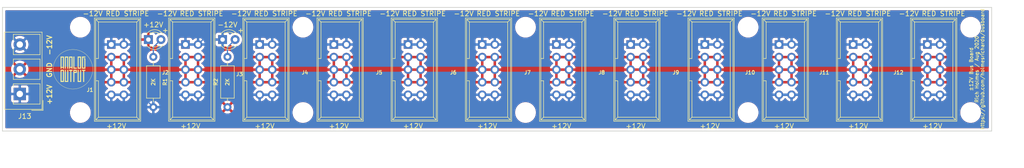
<source format=kicad_pcb>
(kicad_pcb (version 20171130) (host pcbnew 5.1.10-88a1d61d58~88~ubuntu20.04.1)
  (title_block (title "12x(2x5) Eurorack/Kosmo ±12V bus board") (date 2020-08-02) (company "Rich Holmes / Analog Output") (comment 1 "based on https://github.com/tomarus/busboard"))
  (layers (0 F.Cu signal) (31 B.Cu signal) (34 B.Paste user hide) (35 F.Paste user hide) (36 B.SilkS user) (37 F.SilkS user) (38 B.Mask user) (39 F.Mask user) (44 Edge.Cuts user))
  (net 0 "")
  (net 1 -12V)
  (net 2 GND)
  (net 3 +12V)
  (net 4 "Net-(+12v1-Pad2)")
  (net 5 "Net-(-12v1-Pad2)")
  (module ao_tht:R_Axial_DIN0207_L6.3mm_D2.5mm_P10.16mm_Horizontal (layer F.Cu) (at 87.49 70.16 90)
    (fp_text reference R2 (at 5.08 -2.37 90) (layer F.SilkS) (effects (font (size 0.75 0.75))))
    (fp_text value 2K)
    (fp_text user %V (at 5.08 0 90) (layer F.SilkS) (effects (font (size 0.75 0.75))))
    (pad 1 thru_hole circle (at 0 0 90) (size 1.6 1.6) (drill 0.8) (layers *.Cu *.Mask) (net 2 GND))
    (pad 2 thru_hole oval (at 10.16 0 90) (size 1.6 1.6) (drill 0.8) (layers *.Cu *.Mask) (net 5 "Net-(-12v1-Pad2)"))
  )
  (module ao_tht:R_Axial_DIN0207_L6.3mm_D2.5mm_P10.16mm_Horizontal (layer F.Cu) (at 72.5 60 270)
    (fp_text reference R1 (at 5.08 -2.37 90) (layer F.SilkS) (effects (font (size 0.75 0.75))))
    (fp_text value 2K)
    (fp_text user %V (at 5.08 0 90) (layer F.SilkS) (effects (font (size 0.75 0.75))))
    (pad 1 thru_hole circle (at 0 0 270) (size 1.6 1.6) (drill 0.8) (layers *.Cu *.Mask) (net 4 "Net-(+12v1-Pad2)"))
    (pad 2 thru_hole oval (at 10.16 0 270) (size 1.6 1.6) (drill 0.8) (layers *.Cu *.Mask) (net 3 +12V))
  )
  (module ao_tht:MountingHole_3.2mm_M3 (layer F.Cu) (at 192.75 71.25)
    (fp_text reference REF** hide)
    (fp_text value MountingHole_3.2mm_M3)
    (pad 1 np_thru_hole circle (at 0 0) (size 3.2 3.2) (drill 3.2) (layers *.Cu *.Mask))
  )
  (module ao_tht:MountingHole_3.2mm_M3 (layer F.Cu) (at 102.75 71.25)
    (fp_text reference REF** hide)
    (fp_text value MountingHole_3.2mm_M3)
    (pad 1 np_thru_hole circle (at 0 0) (size 3.2 3.2) (drill 3.2) (layers *.Cu *.Mask))
  )
  (module ao_tht:MountingHole_3.2mm_M3 (layer F.Cu) (at 147.75 71.25)
    (fp_text reference REF** hide)
    (fp_text value MountingHole_3.2mm_M3)
    (pad 1 np_thru_hole circle (at 0 0) (size 3.2 3.2) (drill 3.2) (layers *.Cu *.Mask))
  )
  (module ao_tht:MountingHole_3.2mm_M3 (layer F.Cu) (at 57.75 71.25)
    (fp_text reference REF** hide)
    (fp_text value MountingHole_3.2mm_M3)
    (pad 1 np_thru_hole circle (at 0 0) (size 3.2 3.2) (drill 3.2) (layers *.Cu *.Mask))
  )
  (module ao_tht:MountingHole_3.2mm_M3 (layer F.Cu) (at 237.75 71.25)
    (fp_text reference REF** hide)
    (fp_text value MountingHole_3.2mm_M3)
    (pad 1 np_thru_hole circle (at 0 0) (size 3.2 3.2) (drill 3.2) (layers *.Cu *.Mask))
  )
  (module ao_tht:MountingHole_3.2mm_M3 (layer F.Cu) (at 57.75 54)
    (fp_text reference REF** hide)
    (fp_text value MountingHole_3.2mm_M3)
    (pad 1 np_thru_hole circle (at 0 0) (size 3.2 3.2) (drill 3.2) (layers *.Cu *.Mask))
  )
  (module ao_tht:MountingHole_3.2mm_M3 (layer F.Cu) (at 237.75 54)
    (fp_text reference REF** hide)
    (fp_text value MountingHole_3.2mm_M3)
    (pad 1 np_thru_hole circle (at 0 0) (size 3.2 3.2) (drill 3.2) (layers *.Cu *.Mask))
  )
  (module ao_tht:MountingHole_3.2mm_M3 (layer F.Cu) (at 192.75 54)
    (fp_text reference REF** hide)
    (fp_text value MountingHole_3.2mm_M3)
    (pad 1 np_thru_hole circle (at 0 0) (size 3.2 3.2) (drill 3.2) (layers *.Cu *.Mask))
  )
  (module ao_tht:MountingHole_3.2mm_M3 (layer F.Cu) (at 147.75 54)
    (fp_text reference REF** hide)
    (fp_text value MountingHole_3.2mm_M3)
    (pad 1 np_thru_hole circle (at 0 0) (size 3.2 3.2) (drill 3.2) (layers *.Cu *.Mask))
  )
  (module ao_tht:MountingHole_3.2mm_M3 (layer F.Cu) (at 102.75 54)
    (fp_text reference REF** hide)
    (fp_text value MountingHole_3.2mm_M3)
    (pad 1 np_thru_hole circle (at 0 0) (size 3.2 3.2) (drill 3.2) (layers *.Cu *.Mask))
  )
  (module busboard10:analogoutput_8mm (layer F.Cu) (at 56.25 62.5)
    (fp_text reference G*** hide)
    (fp_text value LOGO hide)
  )
  (module ao_tht:TerminalBlock_Degson_DG301_1x03_P5.00mm_Vertical (layer F.Cu) (at 45.5 62.5 90)
    (fp_text reference J13 (at -9.5 1) (layer F.SilkS))
    (fp_text value Conn_01x03)
    (pad 3 thru_hole circle (at 5 0 90) (size 2.5 2.5) (drill 1.3) (layers *.Cu *.Mask) (net 1 -12V))
    (pad 2 thru_hole circle (at 0 0 90) (size 2.5 2.5) (drill 1.3) (layers *.Cu *.Mask) (net 2 GND))
    (pad 1 thru_hole rect (at -5 0 90) (size 2.5 2.5) (drill 1.3) (layers *.Cu *.Mask) (net 3 +12V))
  )
  (module ao_tht:Power_Header (layer F.Cu) (at 229 57.5)
    (fp_text reference J12 (at -5.85 5.67) (layer F.SilkS) (effects (font (size 0.75 0.75))))
    (fp_text value Synth_power_2x5_narrow)
    (fp_text user "RED STRIPE" (at 3.25 -6.25) (layer F.SilkS))
    (fp_text user -12V (at -3.75 -6.25) (layer F.SilkS))
    (fp_text user +12V (at 1 16.5) (layer F.SilkS))
    (pad 10 thru_hole oval (at 2.54 10.16) (size 1.7272 1.7272) (drill 1.016) (layers *.Cu *.Mask) (net 3 +12V))
    (pad 9 thru_hole oval (at 0 10.16) (size 1.7272 1.7272) (drill 1.016) (layers *.Cu *.Mask) (net 3 +12V))
    (pad 8 thru_hole oval (at 2.54 7.62) (size 1.7272 1.7272) (drill 1.016) (layers *.Cu *.Mask) (net 2 GND))
    (pad 7 thru_hole oval (at 0 7.62) (size 1.7272 1.7272) (drill 1.016) (layers *.Cu *.Mask) (net 2 GND))
    (pad 6 thru_hole oval (at 2.54 5.08) (size 1.7272 1.7272) (drill 1.016) (layers *.Cu *.Mask) (net 2 GND))
    (pad 5 thru_hole oval (at 0 5.08) (size 1.7272 1.7272) (drill 1.016) (layers *.Cu *.Mask) (net 2 GND))
    (pad 4 thru_hole oval (at 2.54 2.54) (size 1.7272 1.7272) (drill 1.016) (layers *.Cu *.Mask) (net 2 GND))
    (pad 3 thru_hole oval (at 0 2.54) (size 1.7272 1.7272) (drill 1.016) (layers *.Cu *.Mask) (net 2 GND))
    (pad 2 thru_hole oval (at 2.54 0) (size 1.7272 1.7272) (drill 1.016) (layers *.Cu *.Mask) (net 1 -12V))
    (pad 1 thru_hole rect (at 0 0) (size 1.7272 1.7272) (drill 1.016) (layers *.Cu *.Mask) (net 1 -12V))
  )
  (module ao_tht:Power_Header (layer F.Cu) (at 139 57.5)
    (fp_text reference J6 (at -5.85 5.67) (layer F.SilkS) (effects (font (size 0.75 0.75))))
    (fp_text value Synth_power_2x5_narrow)
    (fp_text user "RED STRIPE" (at 3.25 -6.25) (layer F.SilkS))
    (fp_text user -12V (at -3.75 -6.25) (layer F.SilkS))
    (fp_text user +12V (at 1 16.5) (layer F.SilkS))
    (pad 10 thru_hole oval (at 2.54 10.16) (size 1.7272 1.7272) (drill 1.016) (layers *.Cu *.Mask) (net 3 +12V))
    (pad 9 thru_hole oval (at 0 10.16) (size 1.7272 1.7272) (drill 1.016) (layers *.Cu *.Mask) (net 3 +12V))
    (pad 8 thru_hole oval (at 2.54 7.62) (size 1.7272 1.7272) (drill 1.016) (layers *.Cu *.Mask) (net 2 GND))
    (pad 7 thru_hole oval (at 0 7.62) (size 1.7272 1.7272) (drill 1.016) (layers *.Cu *.Mask) (net 2 GND))
    (pad 6 thru_hole oval (at 2.54 5.08) (size 1.7272 1.7272) (drill 1.016) (layers *.Cu *.Mask) (net 2 GND))
    (pad 5 thru_hole oval (at 0 5.08) (size 1.7272 1.7272) (drill 1.016) (layers *.Cu *.Mask) (net 2 GND))
    (pad 4 thru_hole oval (at 2.54 2.54) (size 1.7272 1.7272) (drill 1.016) (layers *.Cu *.Mask) (net 2 GND))
    (pad 3 thru_hole oval (at 0 2.54) (size 1.7272 1.7272) (drill 1.016) (layers *.Cu *.Mask) (net 2 GND))
    (pad 2 thru_hole oval (at 2.54 0) (size 1.7272 1.7272) (drill 1.016) (layers *.Cu *.Mask) (net 1 -12V))
    (pad 1 thru_hole rect (at 0 0) (size 1.7272 1.7272) (drill 1.016) (layers *.Cu *.Mask) (net 1 -12V))
  )
  (module ao_tht:Power_Header (layer F.Cu) (at 199 57.5)
    (fp_text reference J10 (at -5.85 5.67) (layer F.SilkS) (effects (font (size 0.75 0.75))))
    (fp_text value Synth_power_2x5_narrow)
    (fp_text user "RED STRIPE" (at 3.25 -6.25) (layer F.SilkS))
    (fp_text user -12V (at -3.75 -6.25) (layer F.SilkS))
    (fp_text user +12V (at 1 16.5) (layer F.SilkS))
    (pad 10 thru_hole oval (at 2.54 10.16) (size 1.7272 1.7272) (drill 1.016) (layers *.Cu *.Mask) (net 3 +12V))
    (pad 9 thru_hole oval (at 0 10.16) (size 1.7272 1.7272) (drill 1.016) (layers *.Cu *.Mask) (net 3 +12V))
    (pad 8 thru_hole oval (at 2.54 7.62) (size 1.7272 1.7272) (drill 1.016) (layers *.Cu *.Mask) (net 2 GND))
    (pad 7 thru_hole oval (at 0 7.62) (size 1.7272 1.7272) (drill 1.016) (layers *.Cu *.Mask) (net 2 GND))
    (pad 6 thru_hole oval (at 2.54 5.08) (size 1.7272 1.7272) (drill 1.016) (layers *.Cu *.Mask) (net 2 GND))
    (pad 5 thru_hole oval (at 0 5.08) (size 1.7272 1.7272) (drill 1.016) (layers *.Cu *.Mask) (net 2 GND))
    (pad 4 thru_hole oval (at 2.54 2.54) (size 1.7272 1.7272) (drill 1.016) (layers *.Cu *.Mask) (net 2 GND))
    (pad 3 thru_hole oval (at 0 2.54) (size 1.7272 1.7272) (drill 1.016) (layers *.Cu *.Mask) (net 2 GND))
    (pad 2 thru_hole oval (at 2.54 0) (size 1.7272 1.7272) (drill 1.016) (layers *.Cu *.Mask) (net 1 -12V))
    (pad 1 thru_hole rect (at 0 0) (size 1.7272 1.7272) (drill 1.016) (layers *.Cu *.Mask) (net 1 -12V))
  )
  (module ao_tht:Power_Header (layer F.Cu) (at 109 57.5)
    (fp_text reference J4 (at -5.85 5.67) (layer F.SilkS) (effects (font (size 0.75 0.75))))
    (fp_text value Synth_power_2x5_narrow)
    (fp_text user "RED STRIPE" (at 3.25 -6.25) (layer F.SilkS))
    (fp_text user -12V (at -3.75 -6.25) (layer F.SilkS))
    (fp_text user +12V (at 1 16.5) (layer F.SilkS))
    (pad 10 thru_hole oval (at 2.54 10.16) (size 1.7272 1.7272) (drill 1.016) (layers *.Cu *.Mask) (net 3 +12V))
    (pad 9 thru_hole oval (at 0 10.16) (size 1.7272 1.7272) (drill 1.016) (layers *.Cu *.Mask) (net 3 +12V))
    (pad 8 thru_hole oval (at 2.54 7.62) (size 1.7272 1.7272) (drill 1.016) (layers *.Cu *.Mask) (net 2 GND))
    (pad 7 thru_hole oval (at 0 7.62) (size 1.7272 1.7272) (drill 1.016) (layers *.Cu *.Mask) (net 2 GND))
    (pad 6 thru_hole oval (at 2.54 5.08) (size 1.7272 1.7272) (drill 1.016) (layers *.Cu *.Mask) (net 2 GND))
    (pad 5 thru_hole oval (at 0 5.08) (size 1.7272 1.7272) (drill 1.016) (layers *.Cu *.Mask) (net 2 GND))
    (pad 4 thru_hole oval (at 2.54 2.54) (size 1.7272 1.7272) (drill 1.016) (layers *.Cu *.Mask) (net 2 GND))
    (pad 3 thru_hole oval (at 0 2.54) (size 1.7272 1.7272) (drill 1.016) (layers *.Cu *.Mask) (net 2 GND))
    (pad 2 thru_hole oval (at 2.54 0) (size 1.7272 1.7272) (drill 1.016) (layers *.Cu *.Mask) (net 1 -12V))
    (pad 1 thru_hole rect (at 0 0) (size 1.7272 1.7272) (drill 1.016) (layers *.Cu *.Mask) (net 1 -12V))
  )
  (module ao_tht:Power_Header (layer F.Cu) (at 169 57.5)
    (fp_text reference J8 (at -5.85 5.67) (layer F.SilkS) (effects (font (size 0.75 0.75))))
    (fp_text value Synth_power_2x5_narrow)
    (fp_text user "RED STRIPE" (at 3.25 -6.25) (layer F.SilkS))
    (fp_text user -12V (at -3.75 -6.25) (layer F.SilkS))
    (fp_text user +12V (at 1 16.5) (layer F.SilkS))
    (pad 10 thru_hole oval (at 2.54 10.16) (size 1.7272 1.7272) (drill 1.016) (layers *.Cu *.Mask) (net 3 +12V))
    (pad 9 thru_hole oval (at 0 10.16) (size 1.7272 1.7272) (drill 1.016) (layers *.Cu *.Mask) (net 3 +12V))
    (pad 8 thru_hole oval (at 2.54 7.62) (size 1.7272 1.7272) (drill 1.016) (layers *.Cu *.Mask) (net 2 GND))
    (pad 7 thru_hole oval (at 0 7.62) (size 1.7272 1.7272) (drill 1.016) (layers *.Cu *.Mask) (net 2 GND))
    (pad 6 thru_hole oval (at 2.54 5.08) (size 1.7272 1.7272) (drill 1.016) (layers *.Cu *.Mask) (net 2 GND))
    (pad 5 thru_hole oval (at 0 5.08) (size 1.7272 1.7272) (drill 1.016) (layers *.Cu *.Mask) (net 2 GND))
    (pad 4 thru_hole oval (at 2.54 2.54) (size 1.7272 1.7272) (drill 1.016) (layers *.Cu *.Mask) (net 2 GND))
    (pad 3 thru_hole oval (at 0 2.54) (size 1.7272 1.7272) (drill 1.016) (layers *.Cu *.Mask) (net 2 GND))
    (pad 2 thru_hole oval (at 2.54 0) (size 1.7272 1.7272) (drill 1.016) (layers *.Cu *.Mask) (net 1 -12V))
    (pad 1 thru_hole rect (at 0 0) (size 1.7272 1.7272) (drill 1.016) (layers *.Cu *.Mask) (net 1 -12V))
  )
  (module ao_tht:Power_Header (layer F.Cu) (at 79 57.5)
    (fp_text reference J2 (at -4.07 5.67) (layer F.SilkS) (effects (font (size 0.75 0.75))))
    (fp_text value Synth_power_2x5_narrow)
    (fp_text user "RED STRIPE" (at 3.25 -6.25) (layer F.SilkS))
    (fp_text user -12V (at -3.75 -6.25) (layer F.SilkS))
    (fp_text user +12V (at 1 16.5) (layer F.SilkS))
    (pad 10 thru_hole oval (at 2.54 10.16) (size 1.7272 1.7272) (drill 1.016) (layers *.Cu *.Mask) (net 3 +12V))
    (pad 9 thru_hole oval (at 0 10.16) (size 1.7272 1.7272) (drill 1.016) (layers *.Cu *.Mask) (net 3 +12V))
    (pad 8 thru_hole oval (at 2.54 7.62) (size 1.7272 1.7272) (drill 1.016) (layers *.Cu *.Mask) (net 2 GND))
    (pad 7 thru_hole oval (at 0 7.62) (size 1.7272 1.7272) (drill 1.016) (layers *.Cu *.Mask) (net 2 GND))
    (pad 6 thru_hole oval (at 2.54 5.08) (size 1.7272 1.7272) (drill 1.016) (layers *.Cu *.Mask) (net 2 GND))
    (pad 5 thru_hole oval (at 0 5.08) (size 1.7272 1.7272) (drill 1.016) (layers *.Cu *.Mask) (net 2 GND))
    (pad 4 thru_hole oval (at 2.54 2.54) (size 1.7272 1.7272) (drill 1.016) (layers *.Cu *.Mask) (net 2 GND))
    (pad 3 thru_hole oval (at 0 2.54) (size 1.7272 1.7272) (drill 1.016) (layers *.Cu *.Mask) (net 2 GND))
    (pad 2 thru_hole oval (at 2.54 0) (size 1.7272 1.7272) (drill 1.016) (layers *.Cu *.Mask) (net 1 -12V))
    (pad 1 thru_hole rect (at 0 0) (size 1.7272 1.7272) (drill 1.016) (layers *.Cu *.Mask) (net 1 -12V))
  )
  (module ao_tht:Power_Header (layer F.Cu) (at 214 57.5)
    (fp_text reference J11 (at -5.85 5.67) (layer F.SilkS) (effects (font (size 0.75 0.75))))
    (fp_text value Synth_power_2x5_narrow)
    (fp_text user "RED STRIPE" (at 3.25 -6.25) (layer F.SilkS))
    (fp_text user -12V (at -3.75 -6.25) (layer F.SilkS))
    (fp_text user +12V (at 1 16.5) (layer F.SilkS))
    (pad 10 thru_hole oval (at 2.54 10.16) (size 1.7272 1.7272) (drill 1.016) (layers *.Cu *.Mask) (net 3 +12V))
    (pad 9 thru_hole oval (at 0 10.16) (size 1.7272 1.7272) (drill 1.016) (layers *.Cu *.Mask) (net 3 +12V))
    (pad 8 thru_hole oval (at 2.54 7.62) (size 1.7272 1.7272) (drill 1.016) (layers *.Cu *.Mask) (net 2 GND))
    (pad 7 thru_hole oval (at 0 7.62) (size 1.7272 1.7272) (drill 1.016) (layers *.Cu *.Mask) (net 2 GND))
    (pad 6 thru_hole oval (at 2.54 5.08) (size 1.7272 1.7272) (drill 1.016) (layers *.Cu *.Mask) (net 2 GND))
    (pad 5 thru_hole oval (at 0 5.08) (size 1.7272 1.7272) (drill 1.016) (layers *.Cu *.Mask) (net 2 GND))
    (pad 4 thru_hole oval (at 2.54 2.54) (size 1.7272 1.7272) (drill 1.016) (layers *.Cu *.Mask) (net 2 GND))
    (pad 3 thru_hole oval (at 0 2.54) (size 1.7272 1.7272) (drill 1.016) (layers *.Cu *.Mask) (net 2 GND))
    (pad 2 thru_hole oval (at 2.54 0) (size 1.7272 1.7272) (drill 1.016) (layers *.Cu *.Mask) (net 1 -12V))
    (pad 1 thru_hole rect (at 0 0) (size 1.7272 1.7272) (drill 1.016) (layers *.Cu *.Mask) (net 1 -12V))
  )
  (module ao_tht:Power_Header (layer F.Cu) (at 124 57.5)
    (fp_text reference J5 (at -5.85 5.67) (layer F.SilkS) (effects (font (size 0.75 0.75))))
    (fp_text value Synth_power_2x5_narrow)
    (fp_text user "RED STRIPE" (at 3.25 -6.25) (layer F.SilkS))
    (fp_text user -12V (at -3.75 -6.25) (layer F.SilkS))
    (fp_text user +12V (at 1 16.5) (layer F.SilkS))
    (pad 10 thru_hole oval (at 2.54 10.16) (size 1.7272 1.7272) (drill 1.016) (layers *.Cu *.Mask) (net 3 +12V))
    (pad 9 thru_hole oval (at 0 10.16) (size 1.7272 1.7272) (drill 1.016) (layers *.Cu *.Mask) (net 3 +12V))
    (pad 8 thru_hole oval (at 2.54 7.62) (size 1.7272 1.7272) (drill 1.016) (layers *.Cu *.Mask) (net 2 GND))
    (pad 7 thru_hole oval (at 0 7.62) (size 1.7272 1.7272) (drill 1.016) (layers *.Cu *.Mask) (net 2 GND))
    (pad 6 thru_hole oval (at 2.54 5.08) (size 1.7272 1.7272) (drill 1.016) (layers *.Cu *.Mask) (net 2 GND))
    (pad 5 thru_hole oval (at 0 5.08) (size 1.7272 1.7272) (drill 1.016) (layers *.Cu *.Mask) (net 2 GND))
    (pad 4 thru_hole oval (at 2.54 2.54) (size 1.7272 1.7272) (drill 1.016) (layers *.Cu *.Mask) (net 2 GND))
    (pad 3 thru_hole oval (at 0 2.54) (size 1.7272 1.7272) (drill 1.016) (layers *.Cu *.Mask) (net 2 GND))
    (pad 2 thru_hole oval (at 2.54 0) (size 1.7272 1.7272) (drill 1.016) (layers *.Cu *.Mask) (net 1 -12V))
    (pad 1 thru_hole rect (at 0 0) (size 1.7272 1.7272) (drill 1.016) (layers *.Cu *.Mask) (net 1 -12V))
  )
  (module ao_tht:Power_Header (layer F.Cu) (at 184 57.5)
    (fp_text reference J9 (at -5.85 5.67) (layer F.SilkS) (effects (font (size 0.75 0.75))))
    (fp_text value Synth_power_2x5_narrow)
    (fp_text user "RED STRIPE" (at 3.25 -6.25) (layer F.SilkS))
    (fp_text user -12V (at -3.75 -6.25) (layer F.SilkS))
    (fp_text user +12V (at 1 16.5) (layer F.SilkS))
    (pad 10 thru_hole oval (at 2.54 10.16) (size 1.7272 1.7272) (drill 1.016) (layers *.Cu *.Mask) (net 3 +12V))
    (pad 9 thru_hole oval (at 0 10.16) (size 1.7272 1.7272) (drill 1.016) (layers *.Cu *.Mask) (net 3 +12V))
    (pad 8 thru_hole oval (at 2.54 7.62) (size 1.7272 1.7272) (drill 1.016) (layers *.Cu *.Mask) (net 2 GND))
    (pad 7 thru_hole oval (at 0 7.62) (size 1.7272 1.7272) (drill 1.016) (layers *.Cu *.Mask) (net 2 GND))
    (pad 6 thru_hole oval (at 2.54 5.08) (size 1.7272 1.7272) (drill 1.016) (layers *.Cu *.Mask) (net 2 GND))
    (pad 5 thru_hole oval (at 0 5.08) (size 1.7272 1.7272) (drill 1.016) (layers *.Cu *.Mask) (net 2 GND))
    (pad 4 thru_hole oval (at 2.54 2.54) (size 1.7272 1.7272) (drill 1.016) (layers *.Cu *.Mask) (net 2 GND))
    (pad 3 thru_hole oval (at 0 2.54) (size 1.7272 1.7272) (drill 1.016) (layers *.Cu *.Mask) (net 2 GND))
    (pad 2 thru_hole oval (at 2.54 0) (size 1.7272 1.7272) (drill 1.016) (layers *.Cu *.Mask) (net 1 -12V))
    (pad 1 thru_hole rect (at 0 0) (size 1.7272 1.7272) (drill 1.016) (layers *.Cu *.Mask) (net 1 -12V))
  )
  (module ao_tht:Power_Header (layer F.Cu) (at 94 57.5)
    (fp_text reference J3 (at -4.084 6) (layer F.SilkS) (effects (font (size 0.75 0.75))))
    (fp_text value Synth_power_2x5_narrow)
    (fp_text user "RED STRIPE" (at 3.25 -6.25) (layer F.SilkS))
    (fp_text user -12V (at -3.75 -6.25) (layer F.SilkS))
    (fp_text user +12V (at 1 16.5) (layer F.SilkS))
    (pad 10 thru_hole oval (at 2.54 10.16) (size 1.7272 1.7272) (drill 1.016) (layers *.Cu *.Mask) (net 3 +12V))
    (pad 9 thru_hole oval (at 0 10.16) (size 1.7272 1.7272) (drill 1.016) (layers *.Cu *.Mask) (net 3 +12V))
    (pad 8 thru_hole oval (at 2.54 7.62) (size 1.7272 1.7272) (drill 1.016) (layers *.Cu *.Mask) (net 2 GND))
    (pad 7 thru_hole oval (at 0 7.62) (size 1.7272 1.7272) (drill 1.016) (layers *.Cu *.Mask) (net 2 GND))
    (pad 6 thru_hole oval (at 2.54 5.08) (size 1.7272 1.7272) (drill 1.016) (layers *.Cu *.Mask) (net 2 GND))
    (pad 5 thru_hole oval (at 0 5.08) (size 1.7272 1.7272) (drill 1.016) (layers *.Cu *.Mask) (net 2 GND))
    (pad 4 thru_hole oval (at 2.54 2.54) (size 1.7272 1.7272) (drill 1.016) (layers *.Cu *.Mask) (net 2 GND))
    (pad 3 thru_hole oval (at 0 2.54) (size 1.7272 1.7272) (drill 1.016) (layers *.Cu *.Mask) (net 2 GND))
    (pad 2 thru_hole oval (at 2.54 0) (size 1.7272 1.7272) (drill 1.016) (layers *.Cu *.Mask) (net 1 -12V))
    (pad 1 thru_hole rect (at 0 0) (size 1.7272 1.7272) (drill 1.016) (layers *.Cu *.Mask) (net 1 -12V))
  )
  (module ao_tht:Power_Header (layer F.Cu) (at 154 57.5)
    (fp_text reference J7 (at -5.85 5.67) (layer F.SilkS) (effects (font (size 0.75 0.75))))
    (fp_text value Synth_power_2x5_narrow)
    (fp_text user "RED STRIPE" (at 3.25 -6.25) (layer F.SilkS))
    (fp_text user -12V (at -3.75 -6.25) (layer F.SilkS))
    (fp_text user +12V (at 1 16.5) (layer F.SilkS))
    (pad 10 thru_hole oval (at 2.54 10.16) (size 1.7272 1.7272) (drill 1.016) (layers *.Cu *.Mask) (net 3 +12V))
    (pad 9 thru_hole oval (at 0 10.16) (size 1.7272 1.7272) (drill 1.016) (layers *.Cu *.Mask) (net 3 +12V))
    (pad 8 thru_hole oval (at 2.54 7.62) (size 1.7272 1.7272) (drill 1.016) (layers *.Cu *.Mask) (net 2 GND))
    (pad 7 thru_hole oval (at 0 7.62) (size 1.7272 1.7272) (drill 1.016) (layers *.Cu *.Mask) (net 2 GND))
    (pad 6 thru_hole oval (at 2.54 5.08) (size 1.7272 1.7272) (drill 1.016) (layers *.Cu *.Mask) (net 2 GND))
    (pad 5 thru_hole oval (at 0 5.08) (size 1.7272 1.7272) (drill 1.016) (layers *.Cu *.Mask) (net 2 GND))
    (pad 4 thru_hole oval (at 2.54 2.54) (size 1.7272 1.7272) (drill 1.016) (layers *.Cu *.Mask) (net 2 GND))
    (pad 3 thru_hole oval (at 0 2.54) (size 1.7272 1.7272) (drill 1.016) (layers *.Cu *.Mask) (net 2 GND))
    (pad 2 thru_hole oval (at 2.54 0) (size 1.7272 1.7272) (drill 1.016) (layers *.Cu *.Mask) (net 1 -12V))
    (pad 1 thru_hole rect (at 0 0) (size 1.7272 1.7272) (drill 1.016) (layers *.Cu *.Mask) (net 1 -12V))
  )
  (module ao_tht:Power_Header (layer F.Cu) (at 64 57.5)
    (fp_text reference J1 (at -4.31 9.175) (layer F.SilkS) (effects (font (size 0.75 0.75))))
    (fp_text value Synth_power_2x5_narrow)
    (fp_text user "RED STRIPE" (at 3.25 -6.25) (layer F.SilkS))
    (fp_text user -12V (at -3.75 -6.25) (layer F.SilkS))
    (fp_text user +12V (at 1 16.5) (layer F.SilkS))
    (pad 10 thru_hole oval (at 2.54 10.16) (size 1.7272 1.7272) (drill 1.016) (layers *.Cu *.Mask) (net 3 +12V))
    (pad 9 thru_hole oval (at 0 10.16) (size 1.7272 1.7272) (drill 1.016) (layers *.Cu *.Mask) (net 3 +12V))
    (pad 8 thru_hole oval (at 2.54 7.62) (size 1.7272 1.7272) (drill 1.016) (layers *.Cu *.Mask) (net 2 GND))
    (pad 7 thru_hole oval (at 0 7.62) (size 1.7272 1.7272) (drill 1.016) (layers *.Cu *.Mask) (net 2 GND))
    (pad 6 thru_hole oval (at 2.54 5.08) (size 1.7272 1.7272) (drill 1.016) (layers *.Cu *.Mask) (net 2 GND))
    (pad 5 thru_hole oval (at 0 5.08) (size 1.7272 1.7272) (drill 1.016) (layers *.Cu *.Mask) (net 2 GND))
    (pad 4 thru_hole oval (at 2.54 2.54) (size 1.7272 1.7272) (drill 1.016) (layers *.Cu *.Mask) (net 2 GND))
    (pad 3 thru_hole oval (at 0 2.54) (size 1.7272 1.7272) (drill 1.016) (layers *.Cu *.Mask) (net 2 GND))
    (pad 2 thru_hole oval (at 2.54 0) (size 1.7272 1.7272) (drill 1.016) (layers *.Cu *.Mask) (net 1 -12V))
    (pad 1 thru_hole rect (at 0 0) (size 1.7272 1.7272) (drill 1.016) (layers *.Cu *.Mask) (net 1 -12V))
  )
  (module LED_THT:LED_D3.0mm (layer F.Cu) (at 71.5 56.5)
    (fp_text reference +12v1 hide)
    (fp_text value LED)
    (fp_text user +12V (at 1 -3) (layer F.SilkS))
    (pad 2 thru_hole circle (at 2.54 0) (size 1.8 1.8) (drill 0.9) (layers *.Cu *.Mask) (net 4 "Net-(+12v1-Pad2)"))
    (pad 1 thru_hole rect (at 0 0) (size 1.8 1.8) (drill 0.9) (layers *.Cu *.Mask) (net 2 GND))
  )
  (module LED_THT:LED_D3.0mm (layer F.Cu) (at 86.5 56.5)
    (fp_text reference -12v1 hide)
    (fp_text value LED)
    (fp_text user -12V (at 1 -3) (layer F.SilkS))
    (pad 1 thru_hole rect (at 0 0) (size 1.8 1.8) (drill 0.9) (layers *.Cu *.Mask) (net 1 -12V))
    (pad 2 thru_hole circle (at 2.54 0) (size 1.8 1.8) (drill 0.9) (layers *.Cu *.Mask) (net 5 "Net-(-12v1-Pad2)"))
  )
  (gr_text + (at 90.17 54.61) (layer F.SilkS) (effects (font (size 1 1))))
  (gr_text + (at 74.93 54.61) (layer F.SilkS) (effects (font (size 1 1))))
  (gr_text "±12V Bus Board\nRich Holmes / Aug 2020\nhttps://github.com/holmesrichards/busboard" (at 239 62.5 90) (layer F.SilkS) (effects (font (size 0.7 0.7) (thickness 0.125))))
  (gr_line (start 242 75) (end 42 75) (layer Edge.Cuts) (width 0.15))
  (gr_text GND (at 51.5 61 90) (layer F.SilkS) (effects (font (size 1 1) (thickness 0.2)) (justify right)))
  (gr_text +12V (at 51.5 65.5 90) (layer F.SilkS) (effects (font (size 1 1) (thickness 0.2)) (justify right)))
  (gr_text -12V (at 51.5 55.5 90) (layer F.SilkS) (effects (font (size 1 1) (thickness 0.2)) (justify right)))
  (gr_line (start 42 75) (end 42 50) (layer Edge.Cuts) (width 0.15))
  (gr_line (start 242 50) (end 242 75) (layer Edge.Cuts) (width 0.15))
  (gr_line (start 42 50) (end 242 50) (layer Edge.Cuts) (width 0.15))
  (segment (start 82.54 56.5) (end 81.54 57.5) (width 0.25) (layer B.Cu) (net 1))
  (segment (start 86.5 56.5) (end 82.54 56.5) (width 0.25) (layer B.Cu) (net 1))
  (segment (start 69.96 67.62) (end 66.5 67.62) (width 0.25) (layer B.Cu) (net 3))
  (segment (start 66.5 67.62) (end 66.46 67.66) (width 0.25) (layer B.Cu) (net 3))
  (segment (start 72.5 70.16) (end 69.96 67.62) (width 0.25) (layer B.Cu) (net 3))
  (segment (start 72.5 58.04) (end 72.5 60) (width 0.25) (layer B.Cu) (net 4))
  (segment (start 74.04 56.5) (end 72.5 58.04) (width 0.25) (layer B.Cu) (net 4))
  (segment (start 87.49 58.05) (end 89.04 56.5) (width 0.25) (layer B.Cu) (net 5))
  (segment (start 87.49 60.02) (end 87.49 58.05) (width 0.25) (layer B.Cu) (net 5))
  (zone (net 2) (net_name GND) (layer F.Cu) (connect_pads (clearance 0.508)) (min_thickness 0.254) (fill yes (arc_segments 16) (thermal_gap 0.508) (thermal_bridge_width 0.508))
    (polygon (pts (xy 242.5 48.5) (xy 242.5 82.5) (xy 41.5 82.5) (xy 41.5 48.5)))
  )
  (zone (net 1) (net_name -12V) (layer B.Cu) (connect_pads (clearance 0.508)) (min_thickness 0.254) (fill yes (arc_segments 16) (thermal_gap 0.508) (thermal_bridge_width 0.508))
    (polygon (pts (xy 41.5 48.5) (xy 41.5 62) (xy 242.5 62) (xy 242.5 48.5)))
  )
  (zone (net 3) (net_name +12V) (layer B.Cu) (connect_pads (clearance 0.508)) (min_thickness 0.254) (fill yes (arc_segments 16) (thermal_gap 0.508) (thermal_bridge_width 0.508))
    (polygon (pts (xy 41.5 63) (xy 41.5 82.5) (xy 242.5 82.5) (xy 242.5 63)))
  )
)
</source>
